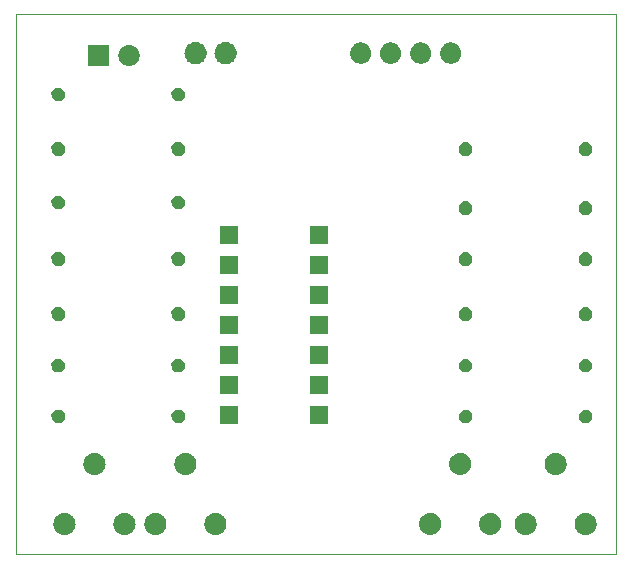
<source format=gbs>
G75*
G71*
%OFA0B0*%
%FSLAX23Y23*%
%IPPOS*%
%LPD*%
%ADD10C,0.1*%
%LPD*%D10*
X0Y0D02*
X0Y100D01*
X0Y200D01*
X0Y299D01*
X0Y399D01*
X0Y499D01*
X0Y599D01*
X0Y699D01*
X0Y799D01*
X0Y898D01*
X0Y998D01*
X0Y1098D01*
X0Y1198D01*
X0Y1298D01*
X0Y1398D01*
X0Y1497D01*
X0Y1597D01*
X0Y1697D01*
X0Y1797D01*
X0Y1897D01*
X0Y1996D01*
X0Y2096D01*
X0Y2196D01*
X0Y2296D01*
X0Y2396D01*
X0Y2496D01*
X0Y2595D01*
X0Y2695D01*
X0Y2795D01*
X0Y2895D01*
X0Y2995D01*
X0Y3095D01*
X0Y3194D01*
X0Y3294D01*
X0Y3394D01*
X0Y3494D01*
X0Y3594D01*
X0Y3694D01*
X0Y3793D01*
X0Y3893D01*
X0Y3993D01*
X0Y4093D01*
X0Y4193D01*
X0Y4292D01*
X0Y4392D01*
X0Y4492D01*
X0Y4592D01*
X0Y4692D01*
X0Y4792D01*
X0Y4891D01*
X0Y4991D01*
X0Y5091D01*
X0Y5191D01*
X0Y5291D01*
X0Y5391D01*
X0Y5490D01*
X0Y5590D01*
X0Y5690D01*
X0Y5790D01*
X0Y5890D01*
X0Y5989D01*
X0Y6089D01*
X0Y6189D01*
X0Y6289D01*
X0Y6389D01*
X0Y6489D01*
X0Y6588D01*
X0Y6688D01*
X0Y6788D01*
X0Y6888D01*
X0Y6988D01*
X0Y7088D01*
X0Y7187D01*
X0Y7287D01*
X0Y7387D01*
X0Y7487D01*
X0Y7587D01*
X0Y7687D01*
X0Y7786D01*
X0Y7886D01*
X0Y7986D01*
X0Y8086D01*
X0Y8186D01*
X0Y8285D01*
X0Y8385D01*
X0Y8485D01*
X0Y8585D01*
X0Y8685D01*
X0Y8785D01*
X0Y8884D01*
X0Y8984D01*
X0Y9084D01*
X0Y9184D01*
X0Y9284D01*
X0Y9384D01*
X0Y9483D01*
X0Y9583D01*
X0Y9683D01*
X0Y9783D01*
X0Y9883D01*
X0Y9982D01*
X0Y10082D01*
X0Y10182D01*
X0Y10282D01*
X0Y10382D01*
X0Y10482D01*
X0Y10581D01*
X0Y10681D01*
X0Y10781D01*
X0Y10881D01*
X0Y10981D01*
X0Y11081D01*
X0Y11180D01*
X0Y11280D01*
X0Y11380D01*
X0Y11480D01*
X0Y11580D01*
X0Y11680D01*
X0Y11779D01*
X0Y11879D01*
X0Y11979D01*
X0Y12079D01*
X0Y12179D01*
X0Y12278D01*
X0Y12378D01*
X0Y12478D01*
X0Y12578D01*
X0Y12678D01*
X0Y12778D01*
X0Y12877D01*
X0Y12977D01*
X0Y13077D01*
X0Y13177D01*
X0Y13277D01*
X0Y13377D01*
X0Y13476D01*
X0Y13576D01*
X0Y13676D01*
X0Y13776D01*
X0Y13876D01*
X0Y13975D01*
X0Y14075D01*
X0Y14175D01*
X0Y14275D01*
X0Y14375D01*
X0Y14475D01*
X0Y14574D01*
X0Y14674D01*
X0Y14774D01*
X0Y14874D01*
X0Y14974D01*
X0Y15074D01*
X0Y15173D01*
X0Y15273D01*
X0Y15373D01*
X0Y15473D01*
X0Y15573D01*
X0Y15672D01*
X0Y15772D01*
X0Y15872D01*
X0Y15972D01*
X0Y16072D01*
X0Y16172D01*
X0Y16271D01*
X0Y16371D01*
X0Y16471D01*
X0Y16571D01*
X0Y16671D01*
X0Y16771D01*
X0Y16870D01*
X0Y16970D01*
X0Y17070D01*
X0Y17170D01*
X0Y17270D01*
X0Y17370D01*
X0Y17469D01*
X0Y17569D01*
X0Y17669D01*
X0Y17769D01*
X0Y17869D01*
X0Y17968D01*
X0Y18068D01*
X0Y18168D01*
X0Y18268D01*
X0Y18368D01*
X0Y18468D01*
X0Y18567D01*
X0Y18667D01*
X0Y18767D01*
X0Y18867D01*
X0Y18967D01*
X0Y19067D01*
X0Y19166D01*
X0Y19266D01*
X0Y19366D01*
X0Y19466D01*
X0Y19566D01*
X0Y19665D01*
X0Y19765D01*
X0Y19865D01*
X0Y19965D01*
X0Y20065D01*
X0Y20165D01*
X0Y20264D01*
X0Y20364D01*
X0Y20464D01*
X0Y20564D01*
X0Y20664D01*
X0Y20764D01*
X0Y20863D01*
X0Y20963D01*
X0Y21063D01*
X0Y21163D01*
X0Y21263D01*
X0Y21363D01*
X0Y21462D01*
X0Y21562D01*
X0Y21662D01*
X0Y21762D01*
X0Y21862D01*
X0Y21961D01*
X0Y22061D01*
X0Y22161D01*
X0Y22261D01*
X0Y22361D01*
X0Y22461D01*
X0Y22560D01*
X0Y22660D01*
X0Y22760D01*
X0Y22860D01*
X0Y22960D01*
X0Y23060D01*
X0Y23159D01*
X0Y23259D01*
X0Y23359D01*
X0Y23459D01*
X0Y23559D01*
X0Y23659D01*
X0Y23758D01*
X0Y23858D01*
X0Y23958D01*
X0Y24058D01*
X0Y24158D01*
X0Y24257D01*
X0Y24357D01*
X0Y24457D01*
X0Y24557D01*
X0Y24657D01*
X0Y24757D01*
X0Y24856D01*
X0Y24956D01*
X0Y25056D01*
X0Y25156D01*
X0Y25256D01*
X0Y25356D01*
X0Y25455D01*
X0Y25555D01*
X0Y25655D01*
X0Y25755D01*
X0Y25855D01*
X0Y25954D01*
X0Y26054D01*
X0Y26154D01*
X0Y26254D01*
X0Y26354D01*
X0Y26454D01*
X0Y26553D01*
X0Y26653D01*
X0Y26753D01*
X0Y26853D01*
X0Y26953D01*
X0Y27053D01*
X0Y27152D01*
X0Y27252D01*
X0Y27352D01*
X0Y27452D01*
X0Y27552D01*
X0Y27651D01*
X0Y27751D01*
X0Y27851D01*
X0Y27951D01*
X0Y28051D01*
X0Y28151D01*
X0Y28250D01*
X0Y28350D01*
X0Y28450D01*
X0Y28550D01*
X0Y28650D01*
X0Y28750D01*
X0Y28849D01*
X0Y28949D01*
X0Y29049D01*
X0Y29149D01*
X0Y29249D01*
X0Y29349D01*
X0Y29448D01*
X0Y29548D01*
X0Y29648D01*
X0Y29748D01*
X0Y29848D01*
X0Y29947D01*
X0Y30047D01*
X0Y30147D01*
X0Y30247D01*
X0Y30347D01*
X0Y30447D01*
X0Y30546D01*
X0Y30646D01*
X0Y30746D01*
X0Y30846D01*
X0Y30946D01*
X0Y31046D01*
X0Y31145D01*
X0Y31245D01*
X0Y31345D01*
X0Y31445D01*
X0Y31545D01*
X0Y31645D01*
X0Y31744D01*
X0Y31844D01*
X0Y31944D01*
X0Y32044D01*
X0Y32144D01*
X0Y32243D01*
X0Y32343D01*
X0Y32443D01*
X0Y32543D01*
X0Y32643D01*
X0Y32743D01*
X0Y32842D01*
X0Y32942D01*
X0Y33042D01*
X0Y33142D01*
X0Y33242D01*
X0Y33342D01*
X0Y33441D01*
X0Y33541D01*
X0Y33641D01*
X0Y33741D01*
X0Y33841D01*
X0Y33940D01*
X0Y34040D01*
X0Y34140D01*
X0Y34240D01*
X0Y34340D01*
X0Y34440D01*
X0Y34539D01*
X0Y34639D01*
X0Y34739D01*
X0Y34839D01*
X0Y34939D01*
X0Y35039D01*
X0Y35138D01*
X0Y35238D01*
X0Y35338D01*
X0Y35438D01*
X0Y35538D01*
X0Y35638D01*
X0Y35737D01*
X0Y35837D01*
X0Y35937D01*
X0Y36037D01*
X0Y36137D01*
X0Y36236D01*
X0Y36336D01*
X0Y36436D01*
X0Y36536D01*
X0Y36636D01*
X0Y36736D01*
X0Y36835D01*
X0Y36935D01*
X0Y37035D01*
X0Y37135D01*
X0Y37235D01*
X0Y37335D01*
X0Y37434D01*
X0Y37534D01*
X0Y37634D01*
X0Y37734D01*
X0Y37834D01*
X0Y37934D01*
X0Y38033D01*
X0Y38133D01*
X0Y38233D01*
X0Y38333D01*
X0Y38433D01*
X0Y38532D01*
X0Y38632D01*
X0Y38732D01*
X0Y38832D01*
X0Y38932D01*
X0Y39032D01*
X0Y39131D01*
X0Y39231D01*
X0Y39331D01*
X0Y39431D01*
X0Y39531D01*
X0Y39631D01*
X0Y39730D01*
X0Y39830D01*
X0Y39930D01*
X0Y40030D01*
X0Y40130D01*
X0Y40230D01*
X0Y40329D01*
X0Y40429D01*
X0Y40529D01*
X0Y40629D01*
X0Y40729D01*
X0Y40828D01*
X0Y40928D01*
X0Y41028D01*
X0Y41128D01*
X0Y41228D01*
X0Y41328D01*
X0Y41427D01*
X0Y41527D01*
X0Y41627D01*
X0Y41727D01*
X0Y41827D01*
X0Y41927D01*
X0Y42026D01*
X0Y42126D01*
X0Y42226D01*
X0Y42326D01*
X0Y42426D01*
X0Y42525D01*
X0Y42625D01*
X0Y42725D01*
X0Y42825D01*
X0Y42925D01*
X0Y43025D01*
X0Y43124D01*
X0Y43224D01*
X0Y43324D01*
X0Y43424D01*
X0Y43524D01*
X0Y43624D01*
X0Y43723D01*
X0Y43823D01*
X0Y43923D01*
X0Y44023D01*
X0Y44123D01*
X0Y44223D01*
X0Y44322D01*
X0Y44422D01*
X0Y44522D01*
X0Y44622D01*
X0Y44722D01*
X0Y44822D01*
X0Y44921D01*
X0Y45021D01*
X0Y45121D01*
X0Y45221D01*
X0Y45321D01*
X0Y45420D01*
X0Y45520D01*
X0Y45620D01*
X0Y45720D01*
X100Y45720D01*
X200Y45720D01*
X300Y45720D01*
X400Y45720D01*
X500Y45720D01*
X600Y45720D01*
X700Y45720D01*
X800Y45720D01*
X900Y45720D01*
X1000Y45720D01*
X1100Y45720D01*
X1200Y45720D01*
X1300Y45720D01*
X1400Y45720D01*
X1500Y45720D01*
X1600Y45720D01*
X1700Y45720D01*
X1800Y45720D01*
X1900Y45720D01*
X2000Y45720D01*
X2100Y45720D01*
X2200Y45720D01*
X2300Y45720D01*
X2400Y45720D01*
X2500Y45720D01*
X2600Y45720D01*
X2700Y45720D01*
X2800Y45720D01*
X2900Y45720D01*
X3000Y45720D01*
X3100Y45720D01*
X3200Y45720D01*
X3300Y45720D01*
X3400Y45720D01*
X3500Y45720D01*
X3600Y45720D01*
X3700Y45720D01*
X3800Y45720D01*
X3900Y45720D01*
X4000Y45720D01*
X4100Y45720D01*
X4200Y45720D01*
X4300Y45720D01*
X4400Y45720D01*
X4500Y45720D01*
X4600Y45720D01*
X4700Y45720D01*
X4800Y45720D01*
X4900Y45720D01*
X5000Y45720D01*
X5100Y45720D01*
X5200Y45720D01*
X5300Y45720D01*
X5400Y45720D01*
X5500Y45720D01*
X5600Y45720D01*
X5700Y45720D01*
X5800Y45720D01*
X5900Y45720D01*
X6000Y45720D01*
X6100Y45720D01*
X6200Y45720D01*
X6300Y45720D01*
X6400Y45720D01*
X6500Y45720D01*
X6600Y45720D01*
X6700Y45720D01*
X6800Y45720D01*
X6900Y45720D01*
X7000Y45720D01*
X7100Y45720D01*
X7200Y45720D01*
X7300Y45720D01*
X7400Y45720D01*
X7500Y45720D01*
X7600Y45720D01*
X7700Y45720D01*
X7800Y45720D01*
X7900Y45720D01*
X8000Y45720D01*
X8100Y45720D01*
X8200Y45720D01*
X8300Y45720D01*
X8400Y45720D01*
X8500Y45720D01*
X8600Y45720D01*
X8700Y45720D01*
X8800Y45720D01*
X8900Y45720D01*
X9000Y45720D01*
X9100Y45720D01*
X9200Y45720D01*
X9300Y45720D01*
X9400Y45720D01*
X9500Y45720D01*
X9600Y45720D01*
X9700Y45720D01*
X9800Y45720D01*
X9900Y45720D01*
X10000Y45720D01*
X10100Y45720D01*
X10200Y45720D01*
X10300Y45720D01*
X10400Y45720D01*
X10500Y45720D01*
X10600Y45720D01*
X10700Y45720D01*
X10800Y45720D01*
X10900Y45720D01*
X11000Y45720D01*
X11100Y45720D01*
X11200Y45720D01*
X11300Y45720D01*
X11400Y45720D01*
X11500Y45720D01*
X11600Y45720D01*
X11700Y45720D01*
X11800Y45720D01*
X11900Y45720D01*
X12000Y45720D01*
X12100Y45720D01*
X12200Y45720D01*
X12300Y45720D01*
X12400Y45720D01*
X12500Y45720D01*
X12600Y45720D01*
X12700Y45720D01*
X12800Y45720D01*
X12900Y45720D01*
X13000Y45720D01*
X13100Y45720D01*
X13200Y45720D01*
X13300Y45720D01*
X13400Y45720D01*
X13500Y45720D01*
X13600Y45720D01*
X13700Y45720D01*
X13800Y45720D01*
X13900Y45720D01*
X14000Y45720D01*
X14100Y45720D01*
X14200Y45720D01*
X14300Y45720D01*
X14400Y45720D01*
X14500Y45720D01*
X14600Y45720D01*
X14700Y45720D01*
X14800Y45720D01*
X14900Y45720D01*
X15000Y45720D01*
X15100Y45720D01*
X15200Y45720D01*
X15300Y45720D01*
X15400Y45720D01*
X15500Y45720D01*
X15600Y45720D01*
X15700Y45720D01*
X15800Y45720D01*
X15900Y45720D01*
X16000Y45720D01*
X16100Y45720D01*
X16200Y45720D01*
X16300Y45720D01*
X16400Y45720D01*
X16500Y45720D01*
X16600Y45720D01*
X16700Y45720D01*
X16800Y45720D01*
X16900Y45720D01*
X17000Y45720D01*
X17100Y45720D01*
X17200Y45720D01*
X17300Y45720D01*
X17400Y45720D01*
X17500Y45720D01*
X17600Y45720D01*
X17700Y45720D01*
X17800Y45720D01*
X17900Y45720D01*
X18000Y45720D01*
X18100Y45720D01*
X18200Y45720D01*
X18300Y45720D01*
X18400Y45720D01*
X18500Y45720D01*
X18600Y45720D01*
X18700Y45720D01*
X18800Y45720D01*
X18900Y45720D01*
X19000Y45720D01*
X19100Y45720D01*
X19200Y45720D01*
X19300Y45720D01*
X19400Y45720D01*
X19500Y45720D01*
X19600Y45720D01*
X19700Y45720D01*
X19800Y45720D01*
X19900Y45720D01*
X20000Y45720D01*
X20100Y45720D01*
X20200Y45720D01*
X20300Y45720D01*
X20400Y45720D01*
X20500Y45720D01*
X20600Y45720D01*
X20700Y45720D01*
X20800Y45720D01*
X20900Y45720D01*
X21000Y45720D01*
X21100Y45720D01*
X21200Y45720D01*
X21300Y45720D01*
X21400Y45720D01*
X21500Y45720D01*
X21600Y45720D01*
X21700Y45720D01*
X21800Y45720D01*
X21900Y45720D01*
X22000Y45720D01*
X22100Y45720D01*
X22200Y45720D01*
X22300Y45720D01*
X22400Y45720D01*
X22500Y45720D01*
X22600Y45720D01*
X22700Y45720D01*
X22800Y45720D01*
X22900Y45720D01*
X23000Y45720D01*
X23100Y45720D01*
X23200Y45720D01*
X23300Y45720D01*
X23400Y45720D01*
X23500Y45720D01*
X23600Y45720D01*
X23700Y45720D01*
X23800Y45720D01*
X23900Y45720D01*
X24000Y45720D01*
X24100Y45720D01*
X24200Y45720D01*
X24300Y45720D01*
X24400Y45720D01*
X24500Y45720D01*
X24600Y45720D01*
X24700Y45720D01*
X24800Y45720D01*
X24900Y45720D01*
X25000Y45720D01*
X25100Y45720D01*
X25200Y45720D01*
X25300Y45720D01*
X25400Y45720D01*
X25500Y45720D01*
X25600Y45720D01*
X25700Y45720D01*
X25800Y45720D01*
X25900Y45720D01*
X26000Y45720D01*
X26100Y45720D01*
X26200Y45720D01*
X26300Y45720D01*
X26400Y45720D01*
X26500Y45720D01*
X26600Y45720D01*
X26700Y45720D01*
X26800Y45720D01*
X26900Y45720D01*
X27000Y45720D01*
X27100Y45720D01*
X27200Y45720D01*
X27300Y45720D01*
X27400Y45720D01*
X27500Y45720D01*
X27600Y45720D01*
X27700Y45720D01*
X27800Y45720D01*
X27900Y45720D01*
X28000Y45720D01*
X28100Y45720D01*
X28200Y45720D01*
X28300Y45720D01*
X28400Y45720D01*
X28500Y45720D01*
X28600Y45720D01*
X28700Y45720D01*
X28800Y45720D01*
X28900Y45720D01*
X29000Y45720D01*
X29100Y45720D01*
X29200Y45720D01*
X29300Y45720D01*
X29400Y45720D01*
X29500Y45720D01*
X29600Y45720D01*
X29700Y45720D01*
X29800Y45720D01*
X29900Y45720D01*
X30000Y45720D01*
X30100Y45720D01*
X30200Y45720D01*
X30300Y45720D01*
X30400Y45720D01*
X30500Y45720D01*
X30600Y45720D01*
X30700Y45720D01*
X30800Y45720D01*
X30900Y45720D01*
X31000Y45720D01*
X31100Y45720D01*
X31200Y45720D01*
X31300Y45720D01*
X31400Y45720D01*
X31500Y45720D01*
X31600Y45720D01*
X31700Y45720D01*
X31800Y45720D01*
X31900Y45720D01*
X32000Y45720D01*
X32100Y45720D01*
X32200Y45720D01*
X32300Y45720D01*
X32400Y45720D01*
X32500Y45720D01*
X32600Y45720D01*
X32700Y45720D01*
X32800Y45720D01*
X32900Y45720D01*
X33000Y45720D01*
X33100Y45720D01*
X33200Y45720D01*
X33300Y45720D01*
X33400Y45720D01*
X33500Y45720D01*
X33600Y45720D01*
X33700Y45720D01*
X33800Y45720D01*
X33900Y45720D01*
X34000Y45720D01*
X34100Y45720D01*
X34200Y45720D01*
X34300Y45720D01*
X34400Y45720D01*
X34500Y45720D01*
X34600Y45720D01*
X34700Y45720D01*
X34800Y45720D01*
X34900Y45720D01*
X35000Y45720D01*
X35100Y45720D01*
X35200Y45720D01*
X35300Y45720D01*
X35400Y45720D01*
X35500Y45720D01*
X35600Y45720D01*
X35700Y45720D01*
X35800Y45720D01*
X35900Y45720D01*
X36000Y45720D01*
X36100Y45720D01*
X36200Y45720D01*
X36300Y45720D01*
X36400Y45720D01*
X36500Y45720D01*
X36600Y45720D01*
X36700Y45720D01*
X36800Y45720D01*
X36900Y45720D01*
X37000Y45720D01*
X37100Y45720D01*
X37200Y45720D01*
X37300Y45720D01*
X37400Y45720D01*
X37500Y45720D01*
X37600Y45720D01*
X37700Y45720D01*
X37800Y45720D01*
X37900Y45720D01*
X38000Y45720D01*
X38100Y45720D01*
X38200Y45720D01*
X38300Y45720D01*
X38400Y45720D01*
X38500Y45720D01*
X38600Y45720D01*
X38700Y45720D01*
X38800Y45720D01*
X38900Y45720D01*
X39000Y45720D01*
X39100Y45720D01*
X39200Y45720D01*
X39300Y45720D01*
X39400Y45720D01*
X39500Y45720D01*
X39600Y45720D01*
X39700Y45720D01*
X39800Y45720D01*
X39900Y45720D01*
X40000Y45720D01*
X40100Y45720D01*
X40200Y45720D01*
X40300Y45720D01*
X40400Y45720D01*
X40500Y45720D01*
X40600Y45720D01*
X40700Y45720D01*
X40800Y45720D01*
X40900Y45720D01*
X41000Y45720D01*
X41100Y45720D01*
X41200Y45720D01*
X41300Y45720D01*
X41400Y45720D01*
X41500Y45720D01*
X41600Y45720D01*
X41700Y45720D01*
X41800Y45720D01*
X41900Y45720D01*
X42000Y45720D01*
X42100Y45720D01*
X42200Y45720D01*
X42300Y45720D01*
X42400Y45720D01*
X42500Y45720D01*
X42600Y45720D01*
X42700Y45720D01*
X42800Y45720D01*
X42900Y45720D01*
X43000Y45720D01*
X43100Y45720D01*
X43200Y45720D01*
X43300Y45720D01*
X43400Y45720D01*
X43500Y45720D01*
X43600Y45720D01*
X43700Y45720D01*
X43800Y45720D01*
X43900Y45720D01*
X44000Y45720D01*
X44100Y45720D01*
X44200Y45720D01*
X44300Y45720D01*
X44400Y45720D01*
X44500Y45720D01*
X44600Y45720D01*
X44700Y45720D01*
X44800Y45720D01*
X44900Y45720D01*
X45000Y45720D01*
X45100Y45720D01*
X45200Y45720D01*
X45300Y45720D01*
X45400Y45720D01*
X45500Y45720D01*
X45600Y45720D01*
X45700Y45720D01*
X45800Y45720D01*
X45900Y45720D01*
X46000Y45720D01*
X46100Y45720D01*
X46200Y45720D01*
X46300Y45720D01*
X46400Y45720D01*
X46500Y45720D01*
X46600Y45720D01*
X46700Y45720D01*
X46800Y45720D01*
X46900Y45720D01*
X47000Y45720D01*
X47100Y45720D01*
X47200Y45720D01*
X47300Y45720D01*
X47400Y45720D01*
X47500Y45720D01*
X47600Y45720D01*
X47700Y45720D01*
X47800Y45720D01*
X47900Y45720D01*
X48000Y45720D01*
X48100Y45720D01*
X48200Y45720D01*
X48300Y45720D01*
X48400Y45720D01*
X48500Y45720D01*
X48600Y45720D01*
X48700Y45720D01*
X48800Y45720D01*
X48900Y45720D01*
X49000Y45720D01*
X49100Y45720D01*
X49200Y45720D01*
X49300Y45720D01*
X49400Y45720D01*
X49500Y45720D01*
X49600Y45720D01*
X49700Y45720D01*
X49800Y45720D01*
X49900Y45720D01*
X50000Y45720D01*
X50100Y45720D01*
X50200Y45720D01*
X50300Y45720D01*
X50400Y45720D01*
X50500Y45720D01*
X50600Y45720D01*
X50700Y45720D01*
X50800Y45720D01*
X50800Y45620D01*
X50800Y45520D01*
X50800Y45421D01*
X50800Y45321D01*
X50800Y45221D01*
X50800Y45121D01*
X50800Y45021D01*
X50800Y44921D01*
X50800Y44822D01*
X50800Y44722D01*
X50800Y44622D01*
X50800Y44522D01*
X50800Y44422D01*
X50800Y44322D01*
X50800Y44223D01*
X50800Y44123D01*
X50800Y44023D01*
X50800Y43923D01*
X50800Y43823D01*
X50800Y43724D01*
X50800Y43624D01*
X50800Y43524D01*
X50800Y43424D01*
X50800Y43324D01*
X50800Y43224D01*
X50800Y43125D01*
X50800Y43025D01*
X50800Y42925D01*
X50800Y42825D01*
X50800Y42725D01*
X50800Y42625D01*
X50800Y42526D01*
X50800Y42426D01*
X50800Y42326D01*
X50800Y42226D01*
X50800Y42126D01*
X50800Y42026D01*
X50800Y41927D01*
X50800Y41827D01*
X50800Y41727D01*
X50800Y41627D01*
X50800Y41527D01*
X50800Y41428D01*
X50800Y41328D01*
X50800Y41228D01*
X50800Y41128D01*
X50800Y41028D01*
X50800Y40928D01*
X50800Y40829D01*
X50800Y40729D01*
X50800Y40629D01*
X50800Y40529D01*
X50800Y40429D01*
X50800Y40329D01*
X50800Y40230D01*
X50800Y40130D01*
X50800Y40030D01*
X50800Y39930D01*
X50800Y39830D01*
X50800Y39731D01*
X50800Y39631D01*
X50800Y39531D01*
X50800Y39431D01*
X50800Y39331D01*
X50800Y39231D01*
X50800Y39132D01*
X50800Y39032D01*
X50800Y38932D01*
X50800Y38832D01*
X50800Y38732D01*
X50800Y38632D01*
X50800Y38533D01*
X50800Y38433D01*
X50800Y38333D01*
X50800Y38233D01*
X50800Y38133D01*
X50800Y38033D01*
X50800Y37934D01*
X50800Y37834D01*
X50800Y37734D01*
X50800Y37634D01*
X50800Y37534D01*
X50800Y37435D01*
X50800Y37335D01*
X50800Y37235D01*
X50800Y37135D01*
X50800Y37035D01*
X50800Y36935D01*
X50800Y36836D01*
X50800Y36736D01*
X50800Y36636D01*
X50800Y36536D01*
X50800Y36436D01*
X50800Y36336D01*
X50800Y36237D01*
X50800Y36137D01*
X50800Y36037D01*
X50800Y35937D01*
X50800Y35837D01*
X50800Y35738D01*
X50800Y35638D01*
X50800Y35538D01*
X50800Y35438D01*
X50800Y35338D01*
X50800Y35238D01*
X50800Y35139D01*
X50800Y35039D01*
X50800Y34939D01*
X50800Y34839D01*
X50800Y34739D01*
X50800Y34639D01*
X50800Y34540D01*
X50800Y34440D01*
X50800Y34340D01*
X50800Y34240D01*
X50800Y34140D01*
X50800Y34040D01*
X50800Y33941D01*
X50800Y33841D01*
X50800Y33741D01*
X50800Y33641D01*
X50800Y33541D01*
X50800Y33442D01*
X50800Y33342D01*
X50800Y33242D01*
X50800Y33142D01*
X50800Y33042D01*
X50800Y32942D01*
X50800Y32843D01*
X50800Y32743D01*
X50800Y32643D01*
X50800Y32543D01*
X50800Y32443D01*
X50800Y32343D01*
X50800Y32244D01*
X50800Y32144D01*
X50800Y32044D01*
X50800Y31944D01*
X50800Y31844D01*
X50800Y31745D01*
X50800Y31645D01*
X50800Y31545D01*
X50800Y31445D01*
X50800Y31345D01*
X50800Y31245D01*
X50800Y31146D01*
X50800Y31046D01*
X50800Y30946D01*
X50800Y30846D01*
X50800Y30746D01*
X50800Y30646D01*
X50800Y30547D01*
X50800Y30447D01*
X50800Y30347D01*
X50800Y30247D01*
X50800Y30147D01*
X50800Y30048D01*
X50800Y29948D01*
X50800Y29848D01*
X50800Y29748D01*
X50800Y29648D01*
X50800Y29548D01*
X50800Y29449D01*
X50800Y29349D01*
X50800Y29249D01*
X50800Y29149D01*
X50800Y29049D01*
X50800Y28949D01*
X50800Y28850D01*
X50800Y28750D01*
X50800Y28650D01*
X50800Y28550D01*
X50800Y28450D01*
X50800Y28350D01*
X50800Y28251D01*
X50800Y28151D01*
X50800Y28051D01*
X50800Y27951D01*
X50800Y27851D01*
X50800Y27752D01*
X50800Y27652D01*
X50800Y27552D01*
X50800Y27452D01*
X50800Y27352D01*
X50800Y27252D01*
X50800Y27153D01*
X50800Y27053D01*
X50800Y26953D01*
X50800Y26853D01*
X50800Y26753D01*
X50800Y26653D01*
X50800Y26554D01*
X50800Y26454D01*
X50800Y26354D01*
X50800Y26254D01*
X50800Y26154D01*
X50800Y26055D01*
X50800Y25955D01*
X50800Y25855D01*
X50800Y25755D01*
X50800Y25655D01*
X50800Y25555D01*
X50800Y25456D01*
X50800Y25356D01*
X50800Y25256D01*
X50800Y25156D01*
X50800Y25056D01*
X50800Y24956D01*
X50800Y24857D01*
X50800Y24757D01*
X50800Y24657D01*
X50800Y24557D01*
X50800Y24457D01*
X50800Y24357D01*
X50800Y24258D01*
X50800Y24158D01*
X50800Y24058D01*
X50800Y23958D01*
X50800Y23858D01*
X50800Y23759D01*
X50800Y23659D01*
X50800Y23559D01*
X50800Y23459D01*
X50800Y23359D01*
X50800Y23259D01*
X50800Y23160D01*
X50800Y23060D01*
X50800Y22960D01*
X50800Y22860D01*
X50800Y22760D01*
X50800Y22660D01*
X50800Y22561D01*
X50800Y22461D01*
X50800Y22361D01*
X50800Y22261D01*
X50800Y22161D01*
X50800Y22061D01*
X50800Y21962D01*
X50800Y21862D01*
X50800Y21762D01*
X50800Y21662D01*
X50800Y21562D01*
X50800Y21463D01*
X50800Y21363D01*
X50800Y21263D01*
X50800Y21163D01*
X50800Y21063D01*
X50800Y20963D01*
X50800Y20864D01*
X50800Y20764D01*
X50800Y20664D01*
X50800Y20564D01*
X50800Y20464D01*
X50800Y20364D01*
X50800Y20265D01*
X50800Y20165D01*
X50800Y20065D01*
X50800Y19965D01*
X50800Y19865D01*
X50800Y19766D01*
X50800Y19666D01*
X50800Y19566D01*
X50800Y19466D01*
X50800Y19366D01*
X50800Y19266D01*
X50800Y19167D01*
X50800Y19067D01*
X50800Y18967D01*
X50800Y18867D01*
X50800Y18767D01*
X50800Y18667D01*
X50800Y18568D01*
X50800Y18468D01*
X50800Y18368D01*
X50800Y18268D01*
X50800Y18168D01*
X50800Y18069D01*
X50800Y17969D01*
X50800Y17869D01*
X50800Y17769D01*
X50800Y17669D01*
X50800Y17569D01*
X50800Y17470D01*
X50800Y17370D01*
X50800Y17270D01*
X50800Y17170D01*
X50800Y17070D01*
X50800Y16970D01*
X50800Y16871D01*
X50800Y16771D01*
X50800Y16671D01*
X50800Y16571D01*
X50800Y16471D01*
X50800Y16371D01*
X50800Y16272D01*
X50800Y16172D01*
X50800Y16072D01*
X50800Y15972D01*
X50800Y15872D01*
X50800Y15773D01*
X50800Y15673D01*
X50800Y15573D01*
X50800Y15473D01*
X50800Y15373D01*
X50800Y15273D01*
X50800Y15174D01*
X50800Y15074D01*
X50800Y14974D01*
X50800Y14874D01*
X50800Y14774D01*
X50800Y14674D01*
X50800Y14575D01*
X50800Y14475D01*
X50800Y14375D01*
X50800Y14275D01*
X50800Y14175D01*
X50800Y14075D01*
X50800Y13976D01*
X50800Y13876D01*
X50800Y13776D01*
X50800Y13676D01*
X50800Y13576D01*
X50800Y13477D01*
X50800Y13377D01*
X50800Y13277D01*
X50800Y13177D01*
X50800Y13077D01*
X50800Y12977D01*
X50800Y12878D01*
X50800Y12778D01*
X50800Y12678D01*
X50800Y12578D01*
X50800Y12478D01*
X50800Y12378D01*
X50800Y12279D01*
X50800Y12179D01*
X50800Y12079D01*
X50800Y11979D01*
X50800Y11879D01*
X50800Y11780D01*
X50800Y11680D01*
X50800Y11580D01*
X50800Y11480D01*
X50800Y11380D01*
X50800Y11280D01*
X50800Y11181D01*
X50800Y11081D01*
X50800Y10981D01*
X50800Y10881D01*
X50800Y10781D01*
X50800Y10681D01*
X50800Y10582D01*
X50800Y10482D01*
X50800Y10382D01*
X50800Y10282D01*
X50800Y10182D01*
X50800Y10082D01*
X50800Y9983D01*
X50800Y9883D01*
X50800Y9783D01*
X50800Y9683D01*
X50800Y9583D01*
X50800Y9484D01*
X50800Y9384D01*
X50800Y9284D01*
X50800Y9184D01*
X50800Y9084D01*
X50800Y8984D01*
X50800Y8885D01*
X50800Y8785D01*
X50800Y8685D01*
X50800Y8585D01*
X50800Y8485D01*
X50800Y8385D01*
X50800Y8286D01*
X50800Y8186D01*
X50800Y8086D01*
X50800Y7986D01*
X50800Y7886D01*
X50800Y7786D01*
X50800Y7687D01*
X50800Y7587D01*
X50800Y7487D01*
X50800Y7387D01*
X50800Y7287D01*
X50800Y7188D01*
X50800Y7088D01*
X50800Y6988D01*
X50800Y6888D01*
X50800Y6788D01*
X50800Y6688D01*
X50800Y6589D01*
X50800Y6489D01*
X50800Y6389D01*
X50800Y6289D01*
X50800Y6189D01*
X50800Y6089D01*
X50800Y5990D01*
X50800Y5890D01*
X50800Y5790D01*
X50800Y5690D01*
X50800Y5590D01*
X50800Y5490D01*
X50800Y5391D01*
X50800Y5291D01*
X50800Y5191D01*
X50800Y5091D01*
X50800Y4991D01*
X50800Y4892D01*
X50800Y4792D01*
X50800Y4692D01*
X50800Y4592D01*
X50800Y4492D01*
X50800Y4392D01*
X50800Y4293D01*
X50800Y4193D01*
X50800Y4093D01*
X50800Y3993D01*
X50800Y3893D01*
X50800Y3793D01*
X50800Y3694D01*
X50800Y3594D01*
X50800Y3494D01*
X50800Y3394D01*
X50800Y3294D01*
X50800Y3195D01*
X50800Y3095D01*
X50800Y2995D01*
X50800Y2895D01*
X50800Y2795D01*
X50800Y2695D01*
X50800Y2596D01*
X50800Y2496D01*
X50800Y2396D01*
X50800Y2296D01*
X50800Y2196D01*
X50800Y2096D01*
X50800Y1997D01*
X50800Y1897D01*
X50800Y1797D01*
X50800Y1697D01*
X50800Y1597D01*
X50800Y1497D01*
X50800Y1398D01*
X50800Y1298D01*
X50800Y1198D01*
X50800Y1098D01*
X50800Y998D01*
X50800Y898D01*
X50800Y799D01*
X50800Y699D01*
X50800Y599D01*
X50800Y499D01*
X50800Y399D01*
X50800Y300D01*
X50800Y200D01*
X50800Y100D01*
X50800Y0D01*
X50700Y0D01*
X50600Y0D01*
X50500Y0D01*
X50400Y0D01*
X50300Y0D01*
X50200Y0D01*
X50100Y0D01*
X50000Y0D01*
X49900Y0D01*
X49800Y0D01*
X49700Y0D01*
X49600Y0D01*
X49500Y0D01*
X49400Y0D01*
X49300Y0D01*
X49200Y0D01*
X49100Y0D01*
X49000Y0D01*
X48900Y0D01*
X48800Y0D01*
X48700Y0D01*
X48600Y0D01*
X48500Y0D01*
X48400Y0D01*
X48300Y0D01*
X48200Y0D01*
X48100Y0D01*
X48000Y0D01*
X47900Y0D01*
X47800Y0D01*
X47700Y0D01*
X47600Y0D01*
X47500Y0D01*
X47400Y0D01*
X47300Y0D01*
X47200Y0D01*
X47100Y0D01*
X47000Y0D01*
X46900Y0D01*
X46800Y0D01*
X46700Y0D01*
X46600Y0D01*
X46500Y0D01*
X46400Y0D01*
X46300Y0D01*
X46200Y0D01*
X46100Y0D01*
X46000Y0D01*
X45900Y0D01*
X45800Y0D01*
X45700Y0D01*
X45600Y0D01*
X45500Y0D01*
X45400Y0D01*
X45300Y0D01*
X45200Y0D01*
X45100Y0D01*
X45000Y0D01*
X44900Y0D01*
X44800Y0D01*
X44700Y0D01*
X44600Y0D01*
X44500Y0D01*
X44400Y0D01*
X44300Y0D01*
X44200Y0D01*
X44100Y0D01*
X44000Y0D01*
X43900Y0D01*
X43800Y0D01*
X43700Y0D01*
X43600Y0D01*
X43500Y0D01*
X43400Y0D01*
X43300Y0D01*
X43200Y0D01*
X43100Y0D01*
X43000Y0D01*
X42900Y0D01*
X42800Y0D01*
X42700Y0D01*
X42600Y0D01*
X42500Y0D01*
X42400Y0D01*
X42300Y0D01*
X42200Y0D01*
X42100Y0D01*
X42000Y0D01*
X41900Y0D01*
X41800Y0D01*
X41700Y0D01*
X41600Y0D01*
X41500Y0D01*
X41400Y0D01*
X41300Y0D01*
X41200Y0D01*
X41100Y0D01*
X41000Y0D01*
X40900Y0D01*
X40800Y0D01*
X40700Y0D01*
X40600Y0D01*
X40500Y0D01*
X40400Y0D01*
X40300Y0D01*
X40200Y0D01*
X40100Y0D01*
X40000Y0D01*
X39900Y0D01*
X39800Y0D01*
X39700Y0D01*
X39600Y0D01*
X39500Y0D01*
X39400Y0D01*
X39300Y0D01*
X39200Y0D01*
X39100Y0D01*
X39000Y0D01*
X38900Y0D01*
X38800Y0D01*
X38700Y0D01*
X38600Y0D01*
X38500Y0D01*
X38400Y0D01*
X38300Y0D01*
X38200Y0D01*
X38100Y0D01*
X38000Y0D01*
X37900Y0D01*
X37800Y0D01*
X37700Y0D01*
X37600Y0D01*
X37500Y0D01*
X37400Y0D01*
X37300Y0D01*
X37200Y0D01*
X37100Y0D01*
X37000Y0D01*
X36900Y0D01*
X36800Y0D01*
X36700Y0D01*
X36600Y0D01*
X36500Y0D01*
X36400Y0D01*
X36300Y0D01*
X36200Y0D01*
X36100Y0D01*
X36000Y0D01*
X35900Y0D01*
X35800Y0D01*
X35700Y0D01*
X35600Y0D01*
X35500Y0D01*
X35400Y0D01*
X35300Y0D01*
X35200Y0D01*
X35100Y0D01*
X35000Y0D01*
X34900Y0D01*
X34800Y0D01*
X34700Y0D01*
X34600Y0D01*
X34500Y0D01*
X34400Y0D01*
X34300Y0D01*
X34200Y0D01*
X34100Y0D01*
X34000Y0D01*
X33900Y0D01*
X33800Y0D01*
X33700Y0D01*
X33600Y0D01*
X33500Y0D01*
X33400Y0D01*
X33300Y0D01*
X33200Y0D01*
X33100Y0D01*
X33000Y0D01*
X32900Y0D01*
X32800Y0D01*
X32700Y0D01*
X32600Y0D01*
X32500Y0D01*
X32400Y0D01*
X32300Y0D01*
X32200Y0D01*
X32100Y0D01*
X32000Y0D01*
X31900Y0D01*
X31800Y0D01*
X31700Y0D01*
X31600Y0D01*
X31500Y0D01*
X31400Y0D01*
X31300Y0D01*
X31200Y0D01*
X31100Y0D01*
X31000Y0D01*
X30900Y0D01*
X30800Y0D01*
X30700Y0D01*
X30600Y0D01*
X30500Y0D01*
X30400Y0D01*
X30300Y0D01*
X30200Y0D01*
X30100Y0D01*
X30000Y0D01*
X29900Y0D01*
X29800Y0D01*
X29700Y0D01*
X29600Y0D01*
X29500Y0D01*
X29400Y0D01*
X29300Y0D01*
X29200Y0D01*
X29100Y0D01*
X29000Y0D01*
X28900Y0D01*
X28800Y0D01*
X28700Y0D01*
X28600Y0D01*
X28500Y0D01*
X28400Y0D01*
X28300Y0D01*
X28200Y0D01*
X28100Y0D01*
X28000Y0D01*
X27900Y0D01*
X27800Y0D01*
X27700Y0D01*
X27600Y0D01*
X27500Y0D01*
X27400Y0D01*
X27300Y0D01*
X27200Y0D01*
X27100Y0D01*
X27000Y0D01*
X26900Y0D01*
X26800Y0D01*
X26700Y0D01*
X26600Y0D01*
X26500Y0D01*
X26400Y0D01*
X26300Y0D01*
X26200Y0D01*
X26100Y0D01*
X26000Y0D01*
X25900Y0D01*
X25800Y0D01*
X25700Y0D01*
X25600Y0D01*
X25500Y0D01*
X25400Y0D01*
X25300Y0D01*
X25200Y0D01*
X25100Y0D01*
X25000Y0D01*
X24900Y0D01*
X24800Y0D01*
X24700Y0D01*
X24600Y0D01*
X24500Y0D01*
X24400Y0D01*
X24300Y0D01*
X24200Y0D01*
X24100Y0D01*
X24000Y0D01*
X23900Y0D01*
X23800Y0D01*
X23700Y0D01*
X23600Y0D01*
X23500Y0D01*
X23400Y0D01*
X23300Y0D01*
X23200Y0D01*
X23100Y0D01*
X23000Y0D01*
X22900Y0D01*
X22800Y0D01*
X22700Y0D01*
X22600Y0D01*
X22500Y0D01*
X22400Y0D01*
X22300Y0D01*
X22200Y0D01*
X22100Y0D01*
X22000Y0D01*
X21900Y0D01*
X21800Y0D01*
X21700Y0D01*
X21600Y0D01*
X21500Y0D01*
X21400Y0D01*
X21300Y0D01*
X21200Y0D01*
X21100Y0D01*
X21000Y0D01*
X20900Y0D01*
X20800Y0D01*
X20700Y0D01*
X20600Y0D01*
X20500Y0D01*
X20400Y0D01*
X20300Y0D01*
X20200Y0D01*
X20100Y0D01*
X20000Y0D01*
X19900Y0D01*
X19800Y0D01*
X19700Y0D01*
X19600Y0D01*
X19500Y0D01*
X19400Y0D01*
X19300Y0D01*
X19200Y0D01*
X19100Y0D01*
X19000Y0D01*
X18900Y0D01*
X18800Y0D01*
X18700Y0D01*
X18600Y0D01*
X18500Y0D01*
X18400Y0D01*
X18300Y0D01*
X18200Y0D01*
X18100Y0D01*
X18000Y0D01*
X17900Y0D01*
X17800Y0D01*
X17700Y0D01*
X17600Y0D01*
X17500Y0D01*
X17400Y0D01*
X17300Y0D01*
X17200Y0D01*
X17100Y0D01*
X17000Y0D01*
X16900Y0D01*
X16800Y0D01*
X16700Y0D01*
X16600Y0D01*
X16500Y0D01*
X16400Y0D01*
X16300Y0D01*
X16200Y0D01*
X16100Y0D01*
X16000Y0D01*
X15900Y0D01*
X15800Y0D01*
X15700Y0D01*
X15600Y0D01*
X15500Y0D01*
X15400Y0D01*
X15300Y0D01*
X15200Y0D01*
X15100Y0D01*
X15000Y0D01*
X14900Y0D01*
X14800Y0D01*
X14700Y0D01*
X14600Y0D01*
X14500Y0D01*
X14400Y0D01*
X14300Y0D01*
X14200Y0D01*
X14100Y0D01*
X14000Y0D01*
X13900Y0D01*
X13800Y0D01*
X13700Y0D01*
X13600Y0D01*
X13500Y0D01*
X13400Y0D01*
X13300Y0D01*
X13200Y0D01*
X13100Y0D01*
X13000Y0D01*
X12900Y0D01*
X12800Y0D01*
X12700Y0D01*
X12600Y0D01*
X12500Y0D01*
X12400Y0D01*
X12300Y0D01*
X12200Y0D01*
X12100Y0D01*
X12000Y0D01*
X11900Y0D01*
X11800Y0D01*
X11700Y0D01*
X11600Y0D01*
X11500Y0D01*
X11400Y0D01*
X11300Y0D01*
X11200Y0D01*
X11100Y0D01*
X11000Y0D01*
X10900Y0D01*
X10800Y0D01*
X10700Y0D01*
X10600Y0D01*
X10500Y0D01*
X10400Y0D01*
X10300Y0D01*
X10200Y0D01*
X10100Y0D01*
X10000Y0D01*
X9900Y0D01*
X9800Y0D01*
X9700Y0D01*
X9600Y0D01*
X9500Y0D01*
X9400Y0D01*
X9300Y0D01*
X9200Y0D01*
X9100Y0D01*
X9000Y0D01*
X8900Y0D01*
X8800Y0D01*
X8700Y0D01*
X8600Y0D01*
X8500Y0D01*
X8400Y0D01*
X8300Y0D01*
X8200Y0D01*
X8100Y0D01*
X8000Y0D01*
X7900Y0D01*
X7800Y0D01*
X7700Y0D01*
X7600Y0D01*
X7500Y0D01*
X7400Y0D01*
X7300Y0D01*
X7200Y0D01*
X7100Y0D01*
X7000Y0D01*
X6900Y0D01*
X6800Y0D01*
X6700Y0D01*
X6600Y0D01*
X6500Y0D01*
X6400Y0D01*
X6300Y0D01*
X6200Y0D01*
X6100Y0D01*
X6000Y0D01*
X5900Y0D01*
X5800Y0D01*
X5700Y0D01*
X5600Y0D01*
X5500Y0D01*
X5400Y0D01*
X5300Y0D01*
X5200Y0D01*
X5100Y0D01*
X5000Y0D01*
X4900Y0D01*
X4800Y0D01*
X4700Y0D01*
X4600Y0D01*
X4500Y0D01*
X4400Y0D01*
X4300Y0D01*
X4200Y0D01*
X4100Y0D01*
X4000Y0D01*
X3900Y0D01*
X3800Y0D01*
X3700Y0D01*
X3600Y0D01*
X3500Y0D01*
X3400Y0D01*
X3300Y0D01*
X3200Y0D01*
X3100Y0D01*
X3000Y0D01*
X2900Y0D01*
X2800Y0D01*
X2700Y0D01*
X2600Y0D01*
X2500Y0D01*
X2400Y0D01*
X2300Y0D01*
X2200Y0D01*
X2100Y0D01*
X2000Y0D01*
X1900Y0D01*
X1800Y0D01*
X1700Y0D01*
X1600Y0D01*
X1500Y0D01*
X1400Y0D01*
X1300Y0D01*
X1200Y0D01*
X1100Y0D01*
X1000Y0D01*
X900Y0D01*
X800Y0D01*
X700Y0D01*
X600Y0D01*
X500Y0D01*
X400Y0D01*
X300Y0D01*
X200Y0D01*
X100Y0D01*
X0Y0D01*
X0Y0D01*
G36*
X24948Y12518D02*
X24948Y10994D01*
X26472Y10994D01*
X26472Y12518D01*
X24948Y12518D01*
G37*
G36*
X24948Y15058D02*
X24948Y13534D01*
X26472Y13534D01*
X26472Y15058D01*
X24948Y15058D01*
G37*
G36*
X24948Y17598D02*
X24948Y16074D01*
X26472Y16074D01*
X26472Y17598D01*
X24948Y17598D01*
G37*
G36*
X24948Y20138D02*
X24948Y18614D01*
X26472Y18614D01*
X26472Y20138D01*
X24948Y20138D01*
G37*
G36*
X24948Y22678D02*
X24948Y21154D01*
X26472Y21154D01*
X26472Y22678D01*
X24948Y22678D01*
G37*
G36*
X24948Y25218D02*
X24948Y23694D01*
X26472Y23694D01*
X26472Y25218D01*
X24948Y25218D01*
G37*
G36*
X24948Y27758D02*
X24948Y26234D01*
X26472Y26234D01*
X26472Y27758D01*
X24948Y27758D01*
G37*
G36*
X18852Y26234D02*
X18852Y27758D01*
X17328Y27758D01*
X17328Y26234D01*
X18852Y26234D01*
G37*
G36*
X18852Y23694D02*
X18852Y25218D01*
X17328Y25218D01*
X17328Y23694D01*
X18852Y23694D01*
G37*
G36*
X18852Y21154D02*
X18852Y22678D01*
X17328Y22678D01*
X17328Y21154D01*
X18852Y21154D01*
G37*
G36*
X18852Y18614D02*
X18852Y20138D01*
X17328Y20138D01*
X17328Y18614D01*
X18852Y18614D01*
G37*
G36*
X18852Y16074D02*
X18852Y17598D01*
X17328Y17598D01*
X17328Y16074D01*
X18852Y16074D01*
G37*
G36*
X18852Y13534D02*
X18852Y15058D01*
X17328Y15058D01*
X17328Y13534D01*
X18852Y13534D01*
G37*
G36*
X18852Y10994D02*
X18852Y12518D01*
X17328Y12518D01*
X17328Y10994D01*
X18852Y10994D01*
G37*
G36*
X5070Y2540D02*
X5066Y2638D01*
X5051Y2735D01*
X5026Y2831D01*
X4991Y2922D01*
X4946Y3010D01*
X4892Y3092D01*
X4830Y3169D01*
X4760Y3238D01*
X4684Y3300D01*
X4601Y3353D01*
X4514Y3398D01*
X4422Y3433D01*
X4327Y3459D01*
X4230Y3475D01*
X4132Y3480D01*
X4034Y3475D01*
X3936Y3460D01*
X3842Y3434D01*
X3750Y3398D01*
X3662Y3353D01*
X3580Y3300D01*
X3503Y3238D01*
X3434Y3169D01*
X3372Y3092D01*
X3318Y3010D01*
X3274Y2922D01*
X3238Y2830D01*
X3213Y2735D01*
X3198Y2638D01*
X3192Y2540D01*
X3197Y2442D01*
X3212Y2345D01*
X3237Y2249D01*
X3272Y2158D01*
X3317Y2070D01*
X3371Y1988D01*
X3433Y1911D01*
X3503Y1842D01*
X3579Y1780D01*
X3662Y1727D01*
X3749Y1682D01*
X3841Y1647D01*
X3936Y1621D01*
X4033Y1605D01*
X4131Y1600D01*
X4229Y1605D01*
X4326Y1620D01*
X4421Y1646D01*
X4513Y1682D01*
X4600Y1727D01*
X4683Y1780D01*
X4759Y1842D01*
X4829Y1911D01*
X4891Y1988D01*
X4945Y2070D01*
X4989Y2158D01*
X5024Y2250D01*
X5050Y2345D01*
X5065Y2442D01*
X5070Y2540D01*
G37*
G36*
X10150Y2540D02*
X10146Y2638D01*
X10131Y2735D01*
X10106Y2831D01*
X10071Y2922D01*
X10026Y3010D01*
X9972Y3092D01*
X9910Y3169D01*
X9840Y3238D01*
X9764Y3300D01*
X9681Y3353D01*
X9594Y3398D01*
X9502Y3433D01*
X9407Y3459D01*
X9310Y3475D01*
X9212Y3480D01*
X9114Y3475D01*
X9016Y3460D01*
X8922Y3434D01*
X8830Y3398D01*
X8742Y3353D01*
X8660Y3300D01*
X8583Y3238D01*
X8514Y3169D01*
X8452Y3092D01*
X8398Y3010D01*
X8354Y2922D01*
X8318Y2830D01*
X8293Y2735D01*
X8278Y2638D01*
X8272Y2540D01*
X8277Y2442D01*
X8292Y2345D01*
X8317Y2249D01*
X8352Y2158D01*
X8397Y2070D01*
X8451Y1988D01*
X8513Y1911D01*
X8583Y1842D01*
X8659Y1780D01*
X8742Y1727D01*
X8829Y1682D01*
X8921Y1647D01*
X9016Y1621D01*
X9113Y1605D01*
X9211Y1600D01*
X9309Y1605D01*
X9406Y1620D01*
X9501Y1646D01*
X9593Y1682D01*
X9680Y1727D01*
X9763Y1780D01*
X9839Y1842D01*
X9909Y1911D01*
X9971Y1988D01*
X10025Y2070D01*
X10069Y2158D01*
X10104Y2250D01*
X10130Y2345D01*
X10145Y2442D01*
X10150Y2540D01*
G37*
G36*
X7610Y7620D02*
X7606Y7718D01*
X7591Y7815D01*
X7566Y7911D01*
X7531Y8002D01*
X7486Y8090D01*
X7432Y8172D01*
X7370Y8249D01*
X7300Y8318D01*
X7224Y8380D01*
X7141Y8433D01*
X7054Y8478D01*
X6962Y8513D01*
X6867Y8539D01*
X6770Y8555D01*
X6672Y8560D01*
X6574Y8555D01*
X6476Y8540D01*
X6382Y8514D01*
X6290Y8478D01*
X6202Y8433D01*
X6120Y8380D01*
X6043Y8318D01*
X5974Y8249D01*
X5912Y8172D01*
X5858Y8090D01*
X5814Y8002D01*
X5778Y7910D01*
X5753Y7815D01*
X5738Y7718D01*
X5732Y7620D01*
X5737Y7522D01*
X5752Y7425D01*
X5777Y7329D01*
X5812Y7238D01*
X5857Y7150D01*
X5911Y7068D01*
X5973Y6991D01*
X6043Y6922D01*
X6119Y6860D01*
X6202Y6807D01*
X6289Y6762D01*
X6381Y6727D01*
X6476Y6701D01*
X6573Y6685D01*
X6671Y6680D01*
X6769Y6685D01*
X6866Y6700D01*
X6961Y6726D01*
X7053Y6762D01*
X7140Y6807D01*
X7223Y6860D01*
X7299Y6922D01*
X7369Y6991D01*
X7431Y7068D01*
X7485Y7150D01*
X7529Y7238D01*
X7564Y7330D01*
X7590Y7425D01*
X7605Y7522D01*
X7610Y7620D01*
G37*
G36*
X14326Y15696D02*
X13998Y15363D01*
X13531Y15358D01*
X13198Y15686D01*
X13194Y16153D01*
X13522Y16486D01*
X13989Y16490D01*
X14322Y16163D01*
G37*
G36*
X4166Y15696D02*
X3838Y15363D01*
X3371Y15358D01*
X3038Y15686D01*
X3034Y16153D01*
X3362Y16486D01*
X3829Y16490D01*
X4162Y16163D01*
G37*
G36*
X16170Y42410D02*
X16162Y42292D01*
X16140Y42176D01*
X16104Y42064D01*
X16054Y41957D01*
X15990Y41858D01*
X15915Y41767D01*
X15829Y41686D01*
X15734Y41616D01*
X15630Y41560D01*
X15520Y41516D01*
X15406Y41487D01*
X15289Y41472D01*
X15171Y41472D01*
X15054Y41487D01*
X14940Y41516D01*
X14830Y41560D01*
X14726Y41616D01*
X14631Y41686D01*
X14545Y41767D01*
X14470Y41858D01*
X14406Y41957D01*
X14356Y42064D01*
X14320Y42176D01*
X14298Y42292D01*
X14290Y42410D01*
X14298Y42528D01*
X14320Y42644D01*
X14356Y42756D01*
X14406Y42863D01*
X14470Y42962D01*
X14545Y43053D01*
X14631Y43134D01*
X14726Y43203D01*
X14830Y43260D01*
X14940Y43304D01*
X15054Y43333D01*
X15171Y43348D01*
X15289Y43348D01*
X15406Y43333D01*
X15520Y43304D01*
X15630Y43260D01*
X15734Y43203D01*
X15829Y43134D01*
X15915Y43053D01*
X15990Y42962D01*
X16054Y42863D01*
X16104Y42756D01*
X16140Y42644D01*
X16162Y42528D01*
X16170Y42410D01*
G37*
G36*
X18710Y42410D02*
X18702Y42292D01*
X18680Y42176D01*
X18644Y42064D01*
X18594Y41957D01*
X18530Y41858D01*
X18455Y41767D01*
X18369Y41686D01*
X18274Y41616D01*
X18170Y41560D01*
X18060Y41516D01*
X17946Y41487D01*
X17829Y41472D01*
X17711Y41472D01*
X17594Y41487D01*
X17480Y41516D01*
X17370Y41560D01*
X17266Y41616D01*
X17171Y41686D01*
X17085Y41767D01*
X17010Y41858D01*
X16946Y41957D01*
X16896Y42064D01*
X16860Y42176D01*
X16838Y42292D01*
X16830Y42410D01*
X16838Y42528D01*
X16860Y42644D01*
X16896Y42756D01*
X16946Y42863D01*
X17010Y42962D01*
X17085Y43053D01*
X17171Y43134D01*
X17266Y43203D01*
X17370Y43260D01*
X17480Y43304D01*
X17594Y43333D01*
X17711Y43348D01*
X17829Y43348D01*
X17946Y43333D01*
X18060Y43304D01*
X18170Y43260D01*
X18274Y43203D01*
X18369Y43134D01*
X18455Y43053D01*
X18530Y42962D01*
X18594Y42863D01*
X18644Y42756D01*
X18680Y42644D01*
X18702Y42528D01*
X18710Y42410D01*
G37*
G36*
X48826Y11423D02*
X48498Y11090D01*
X48031Y11086D01*
X47698Y11413D01*
X47694Y11880D01*
X48022Y12214D01*
X48489Y12218D01*
X48822Y11890D01*
G37*
G36*
X38666Y11423D02*
X38338Y11090D01*
X37871Y11086D01*
X37538Y11413D01*
X37534Y11880D01*
X37862Y12214D01*
X38329Y12218D01*
X38662Y11890D01*
G37*
G36*
X37534Y34506D02*
X37862Y34839D01*
X38329Y34843D01*
X38662Y34516D01*
X38666Y34049D01*
X38338Y33716D01*
X37871Y33712D01*
X37538Y34039D01*
G37*
G36*
X47694Y34506D02*
X48022Y34839D01*
X48489Y34843D01*
X48822Y34516D01*
X48826Y34049D01*
X48498Y33716D01*
X48031Y33712D01*
X47698Y34039D01*
G37*
G36*
X12772Y2540D02*
X12767Y2638D01*
X12752Y2735D01*
X12727Y2831D01*
X12692Y2922D01*
X12648Y3010D01*
X12594Y3092D01*
X12532Y3169D01*
X12462Y3238D01*
X12385Y3300D01*
X12303Y3353D01*
X12215Y3398D01*
X12124Y3433D01*
X12029Y3459D01*
X11932Y3475D01*
X11833Y3480D01*
X11735Y3475D01*
X11638Y3460D01*
X11543Y3434D01*
X11452Y3398D01*
X11364Y3353D01*
X11282Y3300D01*
X11205Y3238D01*
X11136Y3169D01*
X11074Y3092D01*
X11020Y3010D01*
X10975Y2922D01*
X10940Y2830D01*
X10915Y2735D01*
X10899Y2638D01*
X10894Y2540D01*
X10899Y2442D01*
X10914Y2345D01*
X10939Y2249D01*
X10974Y2158D01*
X11019Y2070D01*
X11072Y1988D01*
X11135Y1911D01*
X11204Y1842D01*
X11281Y1780D01*
X11363Y1727D01*
X11451Y1682D01*
X11543Y1647D01*
X11638Y1621D01*
X11735Y1605D01*
X11833Y1600D01*
X11931Y1605D01*
X12028Y1620D01*
X12123Y1646D01*
X12215Y1682D01*
X12302Y1727D01*
X12385Y1780D01*
X12461Y1842D01*
X12531Y1911D01*
X12593Y1988D01*
X12646Y2070D01*
X12691Y2158D01*
X12726Y2250D01*
X12752Y2345D01*
X12767Y2442D01*
X12772Y2540D01*
G37*
G36*
X17852Y2540D02*
X17847Y2638D01*
X17832Y2735D01*
X17807Y2831D01*
X17772Y2922D01*
X17728Y3010D01*
X17674Y3092D01*
X17612Y3169D01*
X17542Y3238D01*
X17465Y3300D01*
X17383Y3353D01*
X17295Y3398D01*
X17204Y3433D01*
X17109Y3459D01*
X17012Y3475D01*
X16913Y3480D01*
X16815Y3475D01*
X16718Y3460D01*
X16623Y3434D01*
X16532Y3398D01*
X16444Y3353D01*
X16362Y3300D01*
X16285Y3238D01*
X16216Y3169D01*
X16154Y3092D01*
X16100Y3010D01*
X16055Y2922D01*
X16020Y2830D01*
X15995Y2735D01*
X15979Y2638D01*
X15974Y2540D01*
X15979Y2442D01*
X15994Y2345D01*
X16019Y2249D01*
X16054Y2158D01*
X16099Y2070D01*
X16152Y1988D01*
X16215Y1911D01*
X16284Y1842D01*
X16361Y1780D01*
X16443Y1727D01*
X16531Y1682D01*
X16623Y1647D01*
X16718Y1621D01*
X16815Y1605D01*
X16913Y1600D01*
X17011Y1605D01*
X17108Y1620D01*
X17203Y1646D01*
X17295Y1682D01*
X17382Y1727D01*
X17465Y1780D01*
X17541Y1842D01*
X17611Y1911D01*
X17673Y1988D01*
X17726Y2070D01*
X17771Y2158D01*
X17806Y2250D01*
X17832Y2345D01*
X17847Y2442D01*
X17852Y2540D01*
G37*
G36*
X15312Y7620D02*
X15307Y7718D01*
X15292Y7815D01*
X15267Y7911D01*
X15232Y8002D01*
X15188Y8090D01*
X15134Y8172D01*
X15072Y8249D01*
X15002Y8318D01*
X14925Y8380D01*
X14843Y8433D01*
X14755Y8478D01*
X14664Y8513D01*
X14569Y8539D01*
X14472Y8555D01*
X14373Y8560D01*
X14275Y8555D01*
X14178Y8540D01*
X14083Y8514D01*
X13992Y8478D01*
X13904Y8433D01*
X13822Y8380D01*
X13745Y8318D01*
X13676Y8249D01*
X13614Y8172D01*
X13560Y8090D01*
X13515Y8002D01*
X13480Y7910D01*
X13455Y7815D01*
X13439Y7718D01*
X13434Y7620D01*
X13439Y7522D01*
X13454Y7425D01*
X13479Y7329D01*
X13514Y7238D01*
X13559Y7150D01*
X13612Y7068D01*
X13675Y6991D01*
X13744Y6922D01*
X13821Y6860D01*
X13903Y6807D01*
X13991Y6762D01*
X14083Y6727D01*
X14178Y6701D01*
X14275Y6685D01*
X14373Y6680D01*
X14471Y6685D01*
X14568Y6700D01*
X14663Y6726D01*
X14755Y6762D01*
X14842Y6807D01*
X14925Y6860D01*
X15001Y6922D01*
X15071Y6991D01*
X15133Y7068D01*
X15186Y7150D01*
X15231Y7238D01*
X15266Y7330D01*
X15292Y7425D01*
X15307Y7522D01*
X15312Y7620D01*
G37*
G36*
X14326Y11423D02*
X13998Y11090D01*
X13531Y11086D01*
X13198Y11413D01*
X13194Y11880D01*
X13522Y12214D01*
X13989Y12218D01*
X14322Y11890D01*
G37*
G36*
X4166Y11423D02*
X3838Y11090D01*
X3371Y11086D01*
X3038Y11413D01*
X3034Y11880D01*
X3362Y12214D01*
X3829Y12218D01*
X4162Y11890D01*
G37*
G36*
X14326Y29528D02*
X13998Y29195D01*
X13531Y29191D01*
X13198Y29518D01*
X13194Y29985D01*
X13522Y30318D01*
X13989Y30322D01*
X14322Y29995D01*
G37*
G36*
X4166Y29528D02*
X3838Y29195D01*
X3371Y29191D01*
X3038Y29518D01*
X3034Y29985D01*
X3362Y30318D01*
X3829Y30322D01*
X4162Y29995D01*
G37*
G36*
X48826Y24728D02*
X48498Y24395D01*
X48031Y24391D01*
X47698Y24718D01*
X47694Y25185D01*
X48022Y25518D01*
X48489Y25522D01*
X48822Y25195D01*
G37*
G36*
X38666Y24728D02*
X38338Y24395D01*
X37871Y24391D01*
X37538Y24718D01*
X37534Y25185D01*
X37862Y25518D01*
X38329Y25522D01*
X38662Y25195D01*
G37*
G36*
X14326Y24728D02*
X13998Y24395D01*
X13531Y24391D01*
X13198Y24718D01*
X13194Y25185D01*
X13522Y25518D01*
X13989Y25522D01*
X14322Y25195D01*
G37*
G36*
X4166Y24728D02*
X3838Y24395D01*
X3371Y24391D01*
X3038Y24718D01*
X3034Y25185D01*
X3362Y25518D01*
X3829Y25522D01*
X4162Y25195D01*
G37*
G36*
X44119Y2540D02*
X44114Y2638D01*
X44099Y2735D01*
X44074Y2831D01*
X44039Y2922D01*
X43995Y3010D01*
X43941Y3092D01*
X43879Y3169D01*
X43809Y3238D01*
X43732Y3300D01*
X43650Y3353D01*
X43562Y3398D01*
X43470Y3433D01*
X43376Y3459D01*
X43279Y3475D01*
X43180Y3480D01*
X43082Y3475D01*
X42985Y3460D01*
X42890Y3434D01*
X42798Y3398D01*
X42711Y3353D01*
X42628Y3300D01*
X42552Y3238D01*
X42482Y3169D01*
X42421Y3092D01*
X42367Y3010D01*
X42322Y2922D01*
X42287Y2830D01*
X42262Y2735D01*
X42246Y2638D01*
X42241Y2540D01*
X42246Y2442D01*
X42261Y2345D01*
X42286Y2249D01*
X42321Y2158D01*
X42365Y2070D01*
X42419Y1988D01*
X42481Y1911D01*
X42551Y1842D01*
X42628Y1780D01*
X42710Y1727D01*
X42798Y1682D01*
X42890Y1647D01*
X42984Y1621D01*
X43081Y1605D01*
X43180Y1600D01*
X43278Y1605D01*
X43375Y1620D01*
X43470Y1646D01*
X43562Y1682D01*
X43649Y1727D01*
X43732Y1780D01*
X43808Y1842D01*
X43878Y1911D01*
X43939Y1988D01*
X43993Y2070D01*
X44038Y2158D01*
X44073Y2250D01*
X44098Y2345D01*
X44114Y2442D01*
X44119Y2540D01*
G37*
G36*
X49199Y2540D02*
X49194Y2638D01*
X49179Y2735D01*
X49154Y2831D01*
X49119Y2922D01*
X49075Y3010D01*
X49021Y3092D01*
X48959Y3169D01*
X48889Y3238D01*
X48812Y3300D01*
X48730Y3353D01*
X48642Y3398D01*
X48550Y3433D01*
X48456Y3459D01*
X48359Y3475D01*
X48260Y3480D01*
X48162Y3475D01*
X48065Y3460D01*
X47970Y3434D01*
X47878Y3398D01*
X47791Y3353D01*
X47708Y3300D01*
X47632Y3238D01*
X47562Y3169D01*
X47501Y3092D01*
X47447Y3010D01*
X47402Y2922D01*
X47367Y2830D01*
X47342Y2735D01*
X47326Y2638D01*
X47321Y2540D01*
X47326Y2442D01*
X47341Y2345D01*
X47366Y2249D01*
X47401Y2158D01*
X47445Y2070D01*
X47499Y1988D01*
X47561Y1911D01*
X47631Y1842D01*
X47708Y1780D01*
X47790Y1727D01*
X47878Y1682D01*
X47970Y1647D01*
X48064Y1621D01*
X48161Y1605D01*
X48260Y1600D01*
X48358Y1605D01*
X48455Y1620D01*
X48550Y1646D01*
X48642Y1682D01*
X48729Y1727D01*
X48812Y1780D01*
X48888Y1842D01*
X48958Y1911D01*
X49019Y1988D01*
X49073Y2070D01*
X49118Y2158D01*
X49153Y2250D01*
X49178Y2345D01*
X49194Y2442D01*
X49199Y2540D01*
G37*
G36*
X46659Y7620D02*
X46654Y7718D01*
X46639Y7815D01*
X46614Y7911D01*
X46579Y8002D01*
X46535Y8090D01*
X46481Y8172D01*
X46419Y8249D01*
X46349Y8318D01*
X46272Y8380D01*
X46190Y8433D01*
X46102Y8478D01*
X46010Y8513D01*
X45916Y8539D01*
X45819Y8555D01*
X45720Y8560D01*
X45622Y8555D01*
X45525Y8540D01*
X45430Y8514D01*
X45338Y8478D01*
X45251Y8433D01*
X45168Y8380D01*
X45092Y8318D01*
X45022Y8249D01*
X44961Y8172D01*
X44907Y8090D01*
X44862Y8002D01*
X44827Y7910D01*
X44802Y7815D01*
X44786Y7718D01*
X44781Y7620D01*
X44786Y7522D01*
X44801Y7425D01*
X44826Y7329D01*
X44861Y7238D01*
X44905Y7150D01*
X44959Y7068D01*
X45021Y6991D01*
X45091Y6922D01*
X45168Y6860D01*
X45250Y6807D01*
X45338Y6762D01*
X45430Y6727D01*
X45524Y6701D01*
X45621Y6685D01*
X45720Y6680D01*
X45818Y6685D01*
X45915Y6700D01*
X46010Y6726D01*
X46102Y6762D01*
X46189Y6807D01*
X46272Y6860D01*
X46348Y6922D01*
X46418Y6991D01*
X46479Y7068D01*
X46533Y7150D01*
X46578Y7238D01*
X46613Y7330D01*
X46638Y7425D01*
X46654Y7522D01*
X46659Y7620D01*
G37*
G36*
X36029Y2540D02*
X36024Y2638D01*
X36009Y2735D01*
X35984Y2831D01*
X35949Y2922D01*
X35905Y3010D01*
X35851Y3092D01*
X35789Y3169D01*
X35719Y3238D01*
X35642Y3300D01*
X35560Y3353D01*
X35472Y3398D01*
X35380Y3433D01*
X35286Y3459D01*
X35189Y3475D01*
X35090Y3480D01*
X34992Y3475D01*
X34895Y3460D01*
X34800Y3434D01*
X34708Y3398D01*
X34621Y3353D01*
X34538Y3300D01*
X34462Y3238D01*
X34392Y3169D01*
X34331Y3092D01*
X34277Y3010D01*
X34232Y2922D01*
X34197Y2830D01*
X34172Y2735D01*
X34156Y2638D01*
X34151Y2540D01*
X34156Y2442D01*
X34171Y2345D01*
X34196Y2249D01*
X34231Y2158D01*
X34275Y2070D01*
X34329Y1988D01*
X34391Y1911D01*
X34461Y1842D01*
X34538Y1780D01*
X34620Y1727D01*
X34708Y1682D01*
X34800Y1647D01*
X34894Y1621D01*
X34991Y1605D01*
X35090Y1600D01*
X35188Y1605D01*
X35285Y1620D01*
X35380Y1646D01*
X35472Y1682D01*
X35559Y1727D01*
X35642Y1780D01*
X35718Y1842D01*
X35788Y1911D01*
X35849Y1988D01*
X35903Y2070D01*
X35948Y2158D01*
X35983Y2250D01*
X36008Y2345D01*
X36024Y2442D01*
X36029Y2540D01*
G37*
G36*
X41109Y2540D02*
X41104Y2638D01*
X41089Y2735D01*
X41064Y2831D01*
X41029Y2922D01*
X40985Y3010D01*
X40931Y3092D01*
X40869Y3169D01*
X40799Y3238D01*
X40722Y3300D01*
X40640Y3353D01*
X40552Y3398D01*
X40460Y3433D01*
X40366Y3459D01*
X40269Y3475D01*
X40170Y3480D01*
X40072Y3475D01*
X39975Y3460D01*
X39880Y3434D01*
X39788Y3398D01*
X39701Y3353D01*
X39618Y3300D01*
X39542Y3238D01*
X39472Y3169D01*
X39411Y3092D01*
X39357Y3010D01*
X39312Y2922D01*
X39277Y2830D01*
X39252Y2735D01*
X39236Y2638D01*
X39231Y2540D01*
X39236Y2442D01*
X39251Y2345D01*
X39276Y2249D01*
X39311Y2158D01*
X39355Y2070D01*
X39409Y1988D01*
X39471Y1911D01*
X39541Y1842D01*
X39618Y1780D01*
X39700Y1727D01*
X39788Y1682D01*
X39880Y1647D01*
X39974Y1621D01*
X40071Y1605D01*
X40170Y1600D01*
X40268Y1605D01*
X40365Y1620D01*
X40460Y1646D01*
X40552Y1682D01*
X40639Y1727D01*
X40722Y1780D01*
X40798Y1842D01*
X40868Y1911D01*
X40929Y1988D01*
X40983Y2070D01*
X41028Y2158D01*
X41063Y2250D01*
X41088Y2345D01*
X41104Y2442D01*
X41109Y2540D01*
G37*
G36*
X38569Y7620D02*
X38564Y7718D01*
X38549Y7815D01*
X38524Y7911D01*
X38489Y8002D01*
X38445Y8090D01*
X38391Y8172D01*
X38329Y8249D01*
X38259Y8318D01*
X38182Y8380D01*
X38100Y8433D01*
X38012Y8478D01*
X37920Y8513D01*
X37826Y8539D01*
X37729Y8555D01*
X37630Y8560D01*
X37532Y8555D01*
X37435Y8540D01*
X37340Y8514D01*
X37248Y8478D01*
X37161Y8433D01*
X37078Y8380D01*
X37002Y8318D01*
X36932Y8249D01*
X36871Y8172D01*
X36817Y8090D01*
X36772Y8002D01*
X36737Y7910D01*
X36712Y7815D01*
X36696Y7718D01*
X36691Y7620D01*
X36696Y7522D01*
X36711Y7425D01*
X36736Y7329D01*
X36771Y7238D01*
X36815Y7150D01*
X36869Y7068D01*
X36931Y6991D01*
X37001Y6922D01*
X37078Y6860D01*
X37160Y6807D01*
X37248Y6762D01*
X37340Y6727D01*
X37434Y6701D01*
X37531Y6685D01*
X37630Y6680D01*
X37728Y6685D01*
X37825Y6700D01*
X37920Y6726D01*
X38012Y6762D01*
X38099Y6807D01*
X38182Y6860D01*
X38258Y6922D01*
X38328Y6991D01*
X38389Y7068D01*
X38443Y7150D01*
X38488Y7238D01*
X38523Y7330D01*
X38548Y7425D01*
X38564Y7522D01*
X38569Y7620D01*
G37*
G36*
X14326Y38668D02*
X13998Y38335D01*
X13531Y38331D01*
X13198Y38658D01*
X13194Y39125D01*
X13522Y39458D01*
X13989Y39462D01*
X14322Y39135D01*
G37*
G36*
X4166Y38668D02*
X3838Y38335D01*
X3371Y38331D01*
X3038Y38658D01*
X3034Y39125D01*
X3362Y39458D01*
X3829Y39462D01*
X4162Y39135D01*
G37*
G36*
X14326Y20091D02*
X13998Y19758D01*
X13531Y19754D01*
X13198Y20082D01*
X13194Y20549D01*
X13522Y20882D01*
X13989Y20886D01*
X14322Y20558D01*
G37*
G36*
X4166Y20091D02*
X3838Y19758D01*
X3371Y19754D01*
X3038Y20082D01*
X3034Y20549D01*
X3362Y20882D01*
X3829Y20886D01*
X4162Y20558D01*
G37*
G36*
X48826Y29064D02*
X48498Y28731D01*
X48031Y28727D01*
X47698Y29054D01*
X47694Y29521D01*
X48022Y29854D01*
X48489Y29859D01*
X48822Y29531D01*
G37*
G36*
X38666Y29064D02*
X38338Y28731D01*
X37871Y28727D01*
X37538Y29054D01*
X37534Y29521D01*
X37862Y29854D01*
X38329Y29859D01*
X38662Y29531D01*
G37*
G36*
X48826Y15696D02*
X48498Y15363D01*
X48031Y15358D01*
X47698Y15686D01*
X47694Y16153D01*
X48022Y16486D01*
X48489Y16490D01*
X48822Y16163D01*
G37*
G36*
X38666Y15696D02*
X38338Y15363D01*
X37871Y15358D01*
X37538Y15686D01*
X37534Y16153D01*
X37862Y16486D01*
X38329Y16490D01*
X38662Y16163D01*
G37*
G36*
X14326Y34049D02*
X13998Y33716D01*
X13531Y33712D01*
X13198Y34039D01*
X13194Y34506D01*
X13522Y34839D01*
X13989Y34843D01*
X14322Y34516D01*
G37*
G36*
X4166Y34049D02*
X3838Y33716D01*
X3371Y33712D01*
X3038Y34039D01*
X3034Y34506D01*
X3362Y34839D01*
X3829Y34843D01*
X4162Y34516D01*
G37*
G36*
X48826Y20091D02*
X48498Y19758D01*
X48031Y19754D01*
X47698Y20082D01*
X47694Y20549D01*
X48022Y20882D01*
X48489Y20886D01*
X48822Y20558D01*
G37*
G36*
X38666Y20091D02*
X38338Y19758D01*
X37871Y19754D01*
X37538Y20082D01*
X37534Y20549D01*
X37862Y20882D01*
X38329Y20886D01*
X38662Y20558D01*
G37*
G36*
X30110Y42410D02*
X30110Y42410D01*
X30105Y42316D01*
X30091Y42223D01*
X30066Y42132D01*
X30032Y42044D01*
X29990Y41960D01*
X29938Y41881D01*
X29879Y41808D01*
X29812Y41741D01*
X29739Y41682D01*
X29660Y41630D01*
X29576Y41588D01*
X29488Y41554D01*
X29397Y41529D01*
X29304Y41515D01*
X29210Y41510D01*
X29210Y41510D01*
X29116Y41515D01*
X29023Y41529D01*
X28932Y41554D01*
X28844Y41588D01*
X28760Y41630D01*
X28681Y41682D01*
X28608Y41741D01*
X28541Y41808D01*
X28482Y41881D01*
X28430Y41960D01*
X28388Y42044D01*
X28354Y42132D01*
X28329Y42223D01*
X28315Y42316D01*
X28310Y42410D01*
X28310Y42410D01*
X28315Y42504D01*
X28329Y42597D01*
X28354Y42688D01*
X28388Y42776D01*
X28430Y42860D01*
X28482Y42939D01*
X28541Y43012D01*
X28608Y43079D01*
X28681Y43138D01*
X28760Y43189D01*
X28844Y43232D01*
X28932Y43266D01*
X29023Y43290D01*
X29116Y43305D01*
X29210Y43310D01*
X29210Y43310D01*
X29304Y43305D01*
X29397Y43290D01*
X29488Y43266D01*
X29576Y43232D01*
X29660Y43189D01*
X29739Y43138D01*
X29812Y43079D01*
X29879Y43012D01*
X29938Y42939D01*
X29990Y42860D01*
X30032Y42776D01*
X30066Y42688D01*
X30091Y42597D01*
X30105Y42504D01*
X30110Y42410D01*
G37*
G36*
X35190Y42410D02*
X35190Y42410D01*
X35185Y42316D01*
X35171Y42223D01*
X35146Y42132D01*
X35112Y42044D01*
X35070Y41960D01*
X35018Y41881D01*
X34959Y41808D01*
X34892Y41741D01*
X34819Y41682D01*
X34740Y41630D01*
X34656Y41588D01*
X34568Y41554D01*
X34477Y41529D01*
X34384Y41515D01*
X34290Y41510D01*
X34290Y41510D01*
X34196Y41515D01*
X34103Y41529D01*
X34012Y41554D01*
X33924Y41588D01*
X33840Y41630D01*
X33761Y41682D01*
X33688Y41741D01*
X33621Y41808D01*
X33562Y41881D01*
X33510Y41960D01*
X33468Y42044D01*
X33434Y42132D01*
X33409Y42223D01*
X33395Y42316D01*
X33390Y42410D01*
X33390Y42410D01*
X33395Y42504D01*
X33409Y42597D01*
X33434Y42688D01*
X33468Y42776D01*
X33510Y42860D01*
X33562Y42939D01*
X33621Y43012D01*
X33688Y43079D01*
X33761Y43138D01*
X33840Y43189D01*
X33924Y43232D01*
X34012Y43266D01*
X34103Y43290D01*
X34196Y43305D01*
X34290Y43310D01*
X34290Y43310D01*
X34384Y43305D01*
X34477Y43290D01*
X34568Y43266D01*
X34656Y43232D01*
X34740Y43189D01*
X34819Y43138D01*
X34892Y43079D01*
X34959Y43012D01*
X35018Y42939D01*
X35070Y42860D01*
X35112Y42776D01*
X35146Y42688D01*
X35171Y42597D01*
X35185Y42504D01*
X35190Y42410D01*
G37*
G36*
X37730Y42410D02*
X37730Y42410D01*
X37725Y42316D01*
X37711Y42223D01*
X37686Y42132D01*
X37652Y42044D01*
X37610Y41960D01*
X37558Y41881D01*
X37499Y41808D01*
X37432Y41741D01*
X37359Y41682D01*
X37280Y41630D01*
X37196Y41588D01*
X37108Y41554D01*
X37017Y41529D01*
X36924Y41515D01*
X36830Y41510D01*
X36830Y41510D01*
X36736Y41515D01*
X36643Y41529D01*
X36552Y41554D01*
X36464Y41588D01*
X36380Y41630D01*
X36301Y41682D01*
X36228Y41741D01*
X36161Y41808D01*
X36102Y41881D01*
X36050Y41960D01*
X36008Y42044D01*
X35974Y42132D01*
X35949Y42223D01*
X35935Y42316D01*
X35930Y42410D01*
X35930Y42410D01*
X35935Y42504D01*
X35949Y42597D01*
X35974Y42688D01*
X36008Y42776D01*
X36050Y42860D01*
X36102Y42939D01*
X36161Y43012D01*
X36228Y43079D01*
X36301Y43138D01*
X36380Y43189D01*
X36464Y43232D01*
X36552Y43266D01*
X36643Y43290D01*
X36736Y43305D01*
X36830Y43310D01*
X36830Y43310D01*
X36924Y43305D01*
X37017Y43290D01*
X37108Y43266D01*
X37196Y43232D01*
X37280Y43189D01*
X37359Y43138D01*
X37432Y43079D01*
X37499Y43012D01*
X37558Y42939D01*
X37610Y42860D01*
X37652Y42776D01*
X37686Y42688D01*
X37711Y42597D01*
X37725Y42504D01*
X37730Y42410D01*
G37*
G36*
X32638Y42410D02*
X32638Y42410D01*
X32633Y42316D01*
X32618Y42223D01*
X32594Y42132D01*
X32560Y42044D01*
X32517Y41960D01*
X32466Y41881D01*
X32406Y41808D01*
X32340Y41741D01*
X32267Y41682D01*
X32188Y41630D01*
X32104Y41588D01*
X32016Y41554D01*
X31925Y41529D01*
X31832Y41515D01*
X31738Y41510D01*
X31738Y41510D01*
X31643Y41515D01*
X31550Y41529D01*
X31459Y41554D01*
X31371Y41588D01*
X31287Y41630D01*
X31209Y41682D01*
X31135Y41741D01*
X31069Y41808D01*
X31009Y41881D01*
X30958Y41960D01*
X30915Y42044D01*
X30881Y42132D01*
X30857Y42223D01*
X30842Y42316D01*
X30838Y42410D01*
X30838Y42410D01*
X30842Y42504D01*
X30857Y42597D01*
X30881Y42688D01*
X30915Y42776D01*
X30958Y42860D01*
X31009Y42939D01*
X31069Y43012D01*
X31135Y43079D01*
X31209Y43138D01*
X31287Y43189D01*
X31371Y43232D01*
X31459Y43266D01*
X31550Y43290D01*
X31643Y43305D01*
X31738Y43310D01*
X31738Y43310D01*
X31832Y43305D01*
X31925Y43290D01*
X32016Y43266D01*
X32104Y43232D01*
X32188Y43189D01*
X32267Y43138D01*
X32340Y43079D01*
X32406Y43012D01*
X32466Y42939D01*
X32517Y42860D01*
X32560Y42776D01*
X32594Y42688D01*
X32618Y42597D01*
X32633Y42504D01*
X32638Y42410D01*
G37*
G36*
X10495Y42208D02*
X10495Y42208D01*
X10490Y42114D01*
X10476Y42021D01*
X10451Y41930D01*
X10417Y41842D01*
X10375Y41758D01*
X10323Y41679D01*
X10264Y41606D01*
X10197Y41539D01*
X10124Y41480D01*
X10045Y41428D01*
X9961Y41386D01*
X9873Y41352D01*
X9782Y41327D01*
X9689Y41313D01*
X9595Y41308D01*
X9595Y41308D01*
X9501Y41313D01*
X9408Y41327D01*
X9317Y41352D01*
X9229Y41386D01*
X9145Y41428D01*
X9066Y41480D01*
X8993Y41539D01*
X8926Y41606D01*
X8867Y41679D01*
X8815Y41758D01*
X8773Y41842D01*
X8739Y41930D01*
X8715Y42021D01*
X8700Y42114D01*
X8695Y42208D01*
X8695Y42208D01*
X8700Y42302D01*
X8715Y42395D01*
X8739Y42486D01*
X8773Y42574D01*
X8815Y42658D01*
X8867Y42737D01*
X8926Y42810D01*
X8993Y42877D01*
X9066Y42936D01*
X9145Y42988D01*
X9229Y43030D01*
X9317Y43064D01*
X9408Y43088D01*
X9501Y43103D01*
X9595Y43108D01*
X9595Y43108D01*
X9689Y43103D01*
X9782Y43088D01*
X9873Y43064D01*
X9961Y43030D01*
X10045Y42988D01*
X10124Y42936D01*
X10197Y42877D01*
X10264Y42810D01*
X10323Y42737D01*
X10375Y42658D01*
X10417Y42574D01*
X10451Y42486D01*
X10476Y42395D01*
X10490Y42302D01*
X10495Y42208D01*
G37*
G36*
X7912Y43108D02*
X7912Y41308D01*
X6112Y41308D01*
X6112Y43108D01*
G37*
M02*

</source>
